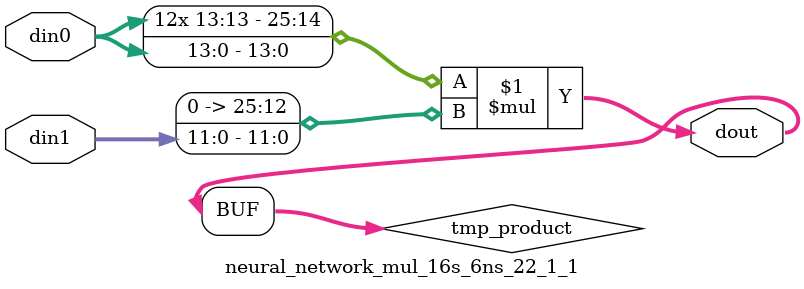
<source format=v>

`timescale 1 ns / 1 ps

  module neural_network_mul_16s_6ns_22_1_1(din0, din1, dout);
parameter ID = 1;
parameter NUM_STAGE = 0;
parameter din0_WIDTH = 14;
parameter din1_WIDTH = 12;
parameter dout_WIDTH = 26;

input [din0_WIDTH - 1 : 0] din0; 
input [din1_WIDTH - 1 : 0] din1; 
output [dout_WIDTH - 1 : 0] dout;

wire signed [dout_WIDTH - 1 : 0] tmp_product;












assign tmp_product = $signed(din0) * $signed({1'b0, din1});









assign dout = tmp_product;







endmodule

</source>
